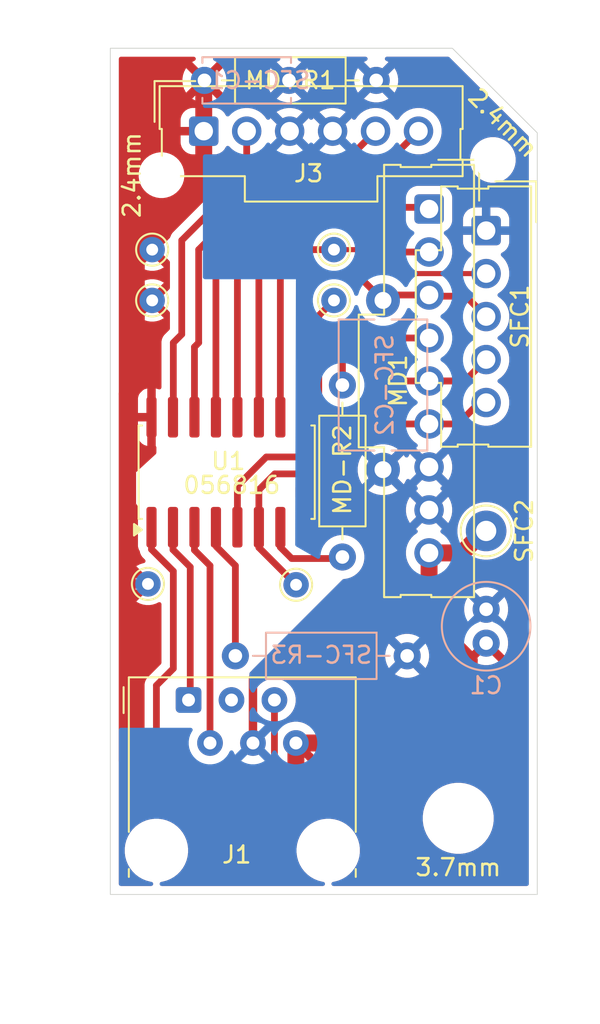
<source format=kicad_pcb>
(kicad_pcb (version 20241229) (generator "pcbnew") (generator_version "9.0")
  (layers (0 "F.Cu" signal) (4 "In1.Cu" signal) (6 "In2.Cu" signal) (2 "B.Cu" signal) (13 "F.Paste" user) (15 "B.Paste" user) (5 "F.SilkS" user "F.Silkscreen") (7 "B.SilkS" user "B.Silkscreen") (1 "F.Mask" user) (3 "B.Mask" user) (25 "Edge.Cuts" user))
  (net 0 "")
  (net 2 "Net-(MD1-Pin_1)")
  (net 3 "Net-(MD1-Pin_2)")
  (net 4 "Net-(MD1-Pin_3)")
  (net 5 "GND")
  (net 6 "+5V")
  (net 7 "Net-(J3-Pin_2)")
  (net 8 "Net-(J3-Pin_6)")
  (net 9 "Net-(J3-Pin_5)")
  (net 10 "Net-(SFC1-Pin_2)")
  (net 11 "Net-(MD1-Pin_4)")
  (net 12 "Net-(MD1-Pin_6)")
  (net 13 "Net-(MD1-Pin_5)")
  (net 14 "Net-(U1-P{slash}S_CONT)")
  (net 15 "Net-(U1-SI)")
  (net 16 "Net-(U1-~{CLR_LOAD})")
  (net 17 "Net-(U1-Q{slash}D3)")
  (net 18 "Net-(U1-CK)")
  (footprint "TestPoint:TestPoint_THTPad_D1.5mm_Drill0.7mm" (layer "F.Cu") (at 142.25 91.5)
    (property "Reference" "SFC-TP4" (hide yes))
    (property "Value" "TestPoint_Alt")
    (fp_circle (center 0 0) (end 0 0.95) (stroke (width 0.12)) (fill no) (layer "F.SilkS"))
    (pad "1" thru_hole circle (at 0 0) (size 1.5 1.5) (drill 0.7) (layers "*.Cu" "*.Mask") (net 6 "+5V"))
  )
  (footprint "TestPoint:TestPoint_THTPad_D1.5mm_Drill0.7mm" (layer "F.Cu") (at 142.25 88.5)
    (property "Reference" "SFC-TP3" (hide yes))
    (property "Value" "TestPoint_Alt")
    (fp_circle (center 0 0) (end 0 0.95) (stroke (width 0.12)) (fill no) (layer "F.SilkS"))
    (pad "1" thru_hole circle (at 0 0) (size 1.5 1.5) (drill 0.7) (layers "*.Cu" "*.Mask") (net 6 "+5V"))
  )
  (footprint "Connector_RJ:RJ12_Amphenol_54601-x06_Horizontal" (layer "F.Cu") (at 144.4 115.11)
    (property "Reference" "J1" (at 2.85 9.14 0) (layer "F.SilkS"))
    (property "Value" "RJ12")
    (fp_line (start -3.84 0.77) (end -3.84 -0.76) (stroke (width 0.12)) (layer "F.SilkS"))
    (fp_line (start -3.53 -1.34) (end 9.89 -1.34) (stroke (width 0.12)) (layer "F.SilkS"))
    (fp_line (start -3.53 7.79) (end -3.53 -1.34) (stroke (width 0.12)) (layer "F.SilkS"))
    (fp_line (start -3.53 10.45) (end -3.53 9.99) (stroke (width 0.12)) (layer "F.SilkS"))
    (fp_line (start 9.89 -1.34) (end 9.89 7.79) (stroke (width 0.12)) (layer "F.SilkS"))
    (fp_line (start 9.89 10.45) (end 9.89 9.99) (stroke (width 0.12)) (layer "F.SilkS"))
    (pad "" np_thru_hole circle (at -1.9 8.89) (size 3.25 3.25) (drill 3.25) (layers "*.Cu" "*.Mask"))
    (pad "" np_thru_hole circle (at 8.26 8.89) (size 3.25 3.25) (drill 3.25) (layers "*.Cu" "*.Mask"))
    (pad "1" thru_hole roundrect (at 0 0) (size 1.52 1.52) (drill 0.76) (layers "*.Cu" "*.Mask") (roundrect_rratio 0.1644736842) (net 16 "Net-(U1-~{CLR_LOAD})"))
    (pad "2" thru_hole circle (at 1.27 2.54) (size 1.52 1.52) (drill 0.76) (layers "*.Cu" "*.Mask") (net 15 "Net-(U1-SI)"))
    (pad "3" thru_hole circle (at 2.54 0) (size 1.52 1.52) (drill 0.76) (layers "*.Cu" "*.Mask"))
    (pad "4" thru_hole circle (at 3.81 2.54) (size 1.52 1.52) (drill 0.76) (layers "*.Cu" "*.Mask") (net 5 "GND"))
    (pad "5" thru_hole circle (at 5.08 0) (size 1.52 1.52) (drill 0.76) (layers "*.Cu" "*.Mask") (net 14 "Net-(U1-P{slash}S_CONT)"))
    (pad "6" thru_hole circle (at 6.35 2.54) (size 1.52 1.52) (drill 0.76) (layers "*.Cu" "*.Mask") (net 6 "+5V"))
  )
  (footprint "MountingHole:MountingHole_2.2mm_M2_DIN965" (layer "F.Cu") (at 142.8 84.1)
    (property "Reference" "2.4mm" (at -1.75 0 90) (layer "F.SilkS"))
    (property "Value" "MountingHole_2.2mm_M2_DIN965" (hide yes))
    (pad "" np_thru_hole circle (at 0 0) (size 2.2 2.2) (drill 2.2) (layers "*.Cu" "*.Mask"))
  )
  (footprint "Resistor_THT:R_Axial_DIN0207_L6.3mm_D2.5mm_P10.16mm_Horizontal" (layer "F.Cu") (at 145.34 78.5)
    (property "Reference" "MD-R1" (at 5.08 0 0) (layer "F.SilkS"))
    (property "Value" "93 Ohm 1%")
    (fp_line (start 1.04 0) (end 1.81 0) (stroke (width 0.12)) (layer "F.SilkS"))
    (fp_line (start 9.12 0) (end 8.35 0) (stroke (width 0.12)) (layer "F.SilkS"))
    (fp_rect (start 1.81 -1.37) (end 8.35 1.37) (stroke (width 0.12)) (fill no) (layer "F.SilkS"))
    (pad "1" thru_hole circle (at 0 0) (size 1.6 1.6) (drill 0.8) (layers "*.Cu" "*.Mask") (net 6 "+5V"))
    (pad "2" thru_hole circle (at 10.16 0) (size 1.6 1.6) (drill 0.8) (layers "*.Cu" "*.Mask") (net 5 "GND"))
  )
  (footprint "Connector_Molex:Molex_SL_171971-0006_1x06_P2.54mm_Vertical" (layer "F.Cu") (at 145.3 81.5)
    (property "Reference" "J3" (at 6.2 2.5 0) (layer "F.SilkS"))
    (property "Value" "Conn_01x06_Socket")
    (fp_line (start -2.91 -2.96) (end -0.5 -2.96) (stroke (width 0.12)) (layer "F.SilkS"))
    (fp_line (start -2.91 -0.55) (end -2.91 -2.96) (stroke (width 0.12)) (layer "F.SilkS"))
    (fp_line (start -2.61 -2.66) (end -2.61 -0.13) (stroke (width 0.12)) (layer "F.SilkS"))
    (fp_line (start -2.61 -0.13) (end -2.48 -0.13) (stroke (width 0.12)) (layer "F.SilkS"))
    (fp_line (start -2.61 1.68) (end -2.61 2.66) (stroke (width 0.12)) (layer "F.SilkS"))
    (fp_line (start -2.61 2.66) (end 2.43 2.66) (stroke (width 0.12)) (layer "F.SilkS"))
    (fp_line (start -2.48 -0.13) (end -2.48 1.68) (stroke (width 0.12)) (layer "F.SilkS"))
    (fp_line (start -2.48 1.68) (end -2.61 1.68) (stroke (width 0.12)) (layer "F.SilkS"))
    (fp_line (start 2.43 2.66) (end 2.43 4.16) (stroke (width 0.12)) (layer "F.SilkS"))
    (fp_line (start 2.43 4.16) (end 10.27 4.16) (stroke (width 0.12)) (layer "F.SilkS"))
    (fp_line (start 10.27 2.66) (end 15.31 2.66) (stroke (width 0.12)) (layer "F.SilkS"))
    (fp_line (start 10.27 4.16) (end 10.27 2.66) (stroke (width 0.12)) (layer "F.SilkS"))
    (fp_line (start 15.18 -0.13) (end 15.31 -0.13) (stroke (width 0.12)) (layer "F.SilkS"))
    (fp_line (start 15.18 1.68) (end 15.18 -0.13) (stroke (width 0.12)) (layer "F.SilkS"))
    (fp_line (start 15.31 -2.66) (end -2.61 -2.66) (stroke (width 0.12)) (layer "F.SilkS"))
    (fp_line (start 15.31 -0.13) (end 15.31 -2.66) (stroke (width 0.12)) (layer "F.SilkS"))
    (fp_line (start 15.31 1.68) (end 15.18 1.68) (stroke (width 0.12)) (layer "F.SilkS"))
    (fp_line (start 15.31 2.66) (end 15.31 1.68) (stroke (width 0.12)) (layer "F.SilkS"))
    (pad "1" thru_hole roundrect (at 0 0) (size 1.74 1.74) (drill 1.09) (layers "*.Cu" "*.Mask") (roundrect_rratio 0.143678) (net 6 "+5V"))
    (pad "2" thru_hole circle (at 2.54 0) (size 1.74 1.74) (drill 1.09) (layers "*.Cu" "*.Mask") (net 7 "Net-(J3-Pin_2)"))
    (pad "3" thru_hole circle (at 5.08 0) (size 1.74 1.74) (drill 1.09) (layers "*.Cu" "*.Mask") (net 5 "GND"))
    (pad "4" thru_hole circle (at 7.62 0) (size 1.74 1.74) (drill 1.09) (layers "*.Cu" "*.Mask") (net 5 "GND"))
    (pad "5" thru_hole circle (at 10.16 0) (size 1.74 1.74) (drill 1.09) (layers "*.Cu" "*.Mask") (net 9 "Net-(J3-Pin_5)"))
    (pad "6" thru_hole circle (at 12.7 0) (size 1.74 1.74) (drill 1.09) (layers "*.Cu" "*.Mask") (net 8 "Net-(J3-Pin_6)"))
  )
  (footprint "TestPoint:TestPoint_THTPad_D1.5mm_Drill0.7mm" (layer "F.Cu") (at 142 108.25)
    (property "Reference" "SFC-TP5" (hide yes))
    (property "Value" "TestPoint_Alt")
    (fp_circle (center 0 0) (end 0 0.95) (stroke (width 0.12)) (fill no) (layer "F.SilkS"))
    (pad "1" thru_hole circle (at 0 0) (size 1.5 1.5) (drill 0.7) (layers "*.Cu" "*.Mask") (net 6 "+5V"))
  )
  (footprint "Connector_Pin:Pin_D1.0mm_L10.0mm_LooseFit" (layer "F.Cu") (at 162 105.12 90)
    (property "Reference" "SFC2" (at 0 2.25 90) (layer "F.SilkS"))
    (property "Value" "Conn_01x01_Pin")
    (fp_circle (center 0 0) (end 1.5 0.05) (stroke (width 0.12)) (fill no) (layer "F.SilkS"))
    (pad "1" thru_hole circle (at 0 0 90) (size 2.4 2.4) (drill 1.2) (layers "*.Cu" "*.Mask") (net 6 "+5V"))
  )
  (footprint "TestPoint:TestPoint_THTPad_D1.5mm_Drill0.7mm" (layer "F.Cu") (at 153 88.5)
    (property "Reference" "SFC-TP1" (hide yes))
    (property "Value" "TestPoint_Alt")
    (fp_circle (center 0 0) (end 0 0.95) (stroke (width 0.12)) (fill no) (layer "F.SilkS"))
    (pad "1" thru_hole circle (at 0 0) (size 1.5 1.5) (drill 0.7) (layers "*.Cu" "*.Mask") (net 10 "Net-(SFC1-Pin_2)"))
  )
  (footprint "TestPoint:TestPoint_THTPad_D1.5mm_Drill0.7mm" (layer "F.Cu") (at 153 91.5)
    (property "Reference" "SFC-TP2" (hide yes))
    (property "Value" "TestPoint_Alt")
    (fp_circle (center 0 0) (end 0 0.95) (stroke (width 0.12)) (fill no) (layer "F.SilkS"))
    (pad "1" thru_hole circle (at 0 0) (size 1.5 1.5) (drill 0.7) (layers "*.Cu" "*.Mask") (net 13 "Net-(MD1-Pin_5)"))
  )
  (footprint "TestPoint:TestPoint_THTPad_D1.5mm_Drill0.7mm" (layer "F.Cu") (at 150.76 108.3)
    (property "Reference" "SFC-TP6" (hide yes))
    (property "Value" "TestPoint_Alt")
    (fp_circle (center 0 0) (end 0 0.95) (stroke (width 0.12)) (fill no) (layer "F.SilkS"))
    (pad "1" thru_hole circle (at 0 0) (size 1.5 1.5) (drill 0.7) (layers "*.Cu" "*.Mask") (net 12 "Net-(MD1-Pin_6)"))
  )
  (footprint "Connector_Molex:Molex_SL_171971-0009_1x09_P2.54mm_Vertical" (layer "F.Cu") (at 158.625 86.1 -90)
    (property "Reference" "MD1" (at 10.15 1.825 90) (layer "F.SilkS"))
    (property "Value" "Conn_01x09_Socket")
    (fp_line (start 6.24 4.16) (end 14.08 4.16) (stroke (width 0.12)) (layer "F.SilkS"))
    (fp_line (start 14.08 4.16) (end 14.08 2.66) (stroke (width 0.12)) (layer "F.SilkS"))
    (fp_line (start -2.61 2.66) (end 6.24 2.66) (stroke (width 0.12)) (layer "F.SilkS"))
    (fp_line (start 6.24 2.66) (end 6.24 4.16) (stroke (width 0.12)) (layer "F.SilkS"))
    (fp_line (start 14.08 2.66) (end 22.93 2.66) (stroke (width 0.12)) (layer "F.SilkS"))
    (fp_line (start 22.93 2.66) (end 22.93 1.68) (stroke (width 0.12)) (layer "F.SilkS"))
    (fp_line (start -2.61 1.68) (end -2.61 2.66) (stroke (width 0.12)) (layer "F.SilkS"))
    (fp_line (start -2.48 1.68) (end -2.61 1.68) (stroke (width 0.12)) (layer "F.SilkS"))
    (fp_line (start 22.8 1.68) (end 22.8 -0.13) (stroke (width 0.12)) (layer "F.SilkS"))
    (fp_line (start 22.93 1.68) (end 22.8 1.68) (stroke (width 0.12)) (layer "F.SilkS"))
    (fp_line (start -2.61 -0.13) (end -2.48 -0.13) (stroke (width 0.12)) (layer "F.SilkS"))
    (fp_line (start -2.48 -0.13) (end -2.48 1.68) (stroke (width 0.12)) (layer "F.SilkS"))
    (fp_line (start 22.8 -0.13) (end 22.93 -0.13) (stroke (width 0.12)) (layer "F.SilkS"))
    (fp_line (start 22.93 -0.13) (end 22.93 -2.66) (stroke (width 0.12)) (layer "F.SilkS"))
    (fp_line (start -2.91 -0.55) (end -2.91 -2.96) (stroke (width 0.12)) (layer "F.SilkS"))
    (fp_line (start -2.61 -2.66) (end -2.61 -0.13) (stroke (width 0.12)) (layer "F.SilkS"))
    (fp_line (start 22.93 -2.66) (end -2.61 -2.66) (stroke (width 0.12)) (layer "F.SilkS"))
    (fp_line (start -2.91 -2.96) (end -0.5 -2.96) (stroke (width 0.12)) (layer "F.SilkS"))
    (pad "1" thru_hole roundrect (at 0 0 270) (size 1.74 1.74) (drill 1.09) (layers "*.Cu" "*.Mask") (roundrect_rratio 0.143678) (net 2 "Net-(MD1-Pin_1)"))
    (pad "2" thru_hole circle (at 2.54 0 270) (size 1.74 1.74) (drill 1.09) (layers "*.Cu" "*.Mask") (net 3 "Net-(MD1-Pin_2)"))
    (pad "3" thru_hole circle (at 5.08 0 270) (size 1.74 1.74) (drill 1.09) (layers "*.Cu" "*.Mask") (net 4 "Net-(MD1-Pin_3)"))
    (pad "4" thru_hole circle (at 7.62 0 270) (size 1.74 1.74) (drill 1.09) (layers "*.Cu" "*.Mask") (net 11 "Net-(MD1-Pin_4)"))
    (pad "5" thru_hole circle (at 10.16 0 270) (size 1.74 1.74) (drill 1.09) (layers "*.Cu" "*.Mask") (net 13 "Net-(MD1-Pin_5)"))
    (pad "6" thru_hole circle (at 12.7 0 270) (size 1.74 1.74) (drill 1.09) (layers "*.Cu" "*.Mask") (net 12 "Net-(MD1-Pin_6)"))
    (pad "7" thru_hole circle (at 15.24 0 270) (size 1.74 1.74) (drill 1.09) (layers "*.Cu" "*.Mask") (net 5 "GND"))
    (pad "8" thru_hole circle (at 17.78 0 270) (size 1.74 1.74) (drill 1.09) (layers "*.Cu" "*.Mask") (net 5 "GND"))
    (pad "9" thru_hole circle (at 20.32 0 270) (size 1.74 1.74) (drill 1.09) (layers "*.Cu" "*.Mask") (net 6 "+5V"))
  )
  (footprint "MountingHole:MountingHole_2.2mm_M2_DIN965" (layer "F.Cu") (at 162.4 83.2)
    (property "Reference" "2.4mm" (at 0.6 -2.2 135) (layer "F.SilkS"))
    (property "Value" "MountingHole_2.2mm_M2_DIN965" (hide yes))
    (pad "" np_thru_hole circle (at 0 0) (size 2.2 2.2) (drill 2.2) (layers "*.Cu" "*.Mask"))
  )
  (footprint "Resistor_THT:R_Axial_DIN0207_L6.3mm_D2.5mm_P10.16mm_Horizontal" (layer "F.Cu") (at 153.5 106.66 90)
    (property "Reference" "MD-R2" (at 5.16 0 90) (layer "F.SilkS"))
    (property "Value" "470 Ohm 5%")
    (fp_line (start 9.12 0) (end 8.35 0) (stroke (width 0.12)) (layer "F.SilkS"))
    (fp_line (start 1.04 0) (end 1.81 0) (stroke (width 0.12)) (layer "F.SilkS"))
    (fp_rect (start 1.81 -1.37) (end 8.35 1.37) (stroke (width 0.12)) (fill no) (layer "F.SilkS"))
    (pad "1" thru_hole circle (at 0 0 90) (size 1.6 1.6) (drill 0.8) (layers "*.Cu" "*.Mask") (net 17 "Net-(U1-Q{slash}D3)"))
    (pad "2" thru_hole circle (at 10.16 0 90) (size 1.6 1.6) (drill 0.8) (layers "*.Cu" "*.Mask") (net 11 "Net-(MD1-Pin_4)"))
  )
  (footprint "Connector_Molex:Molex_SL_171971-0005_1x05_P2.54mm_Vertical" (layer "F.Cu") (at 162 87.375 -90)
    (property "Reference" "SFC1" (at 5.08 -2 90) (layer "F.SilkS"))
    (property "Value" "Conn_01x05_Pin")
    (fp_line (start 1.16 4.16) (end 9 4.16) (stroke (width 0.12)) (layer "F.SilkS"))
    (fp_line (start 9 4.16) (end 9 2.66) (stroke (width 0.12)) (layer "F.SilkS"))
    (fp_line (start -2.61 2.66) (end 1.16 2.66) (stroke (width 0.12)) (layer "F.SilkS"))
    (fp_line (start 1.16 2.66) (end 1.16 4.16) (stroke (width 0.12)) (layer "F.SilkS"))
    (fp_line (start 9 2.66) (end 12.77 2.66) (stroke (width 0.12)) (layer "F.SilkS"))
    (fp_line (start 12.77 2.66) (end 12.77 1.68) (stroke (width 0.12)) (layer "F.SilkS"))
    (fp_line (start -2.61 1.68) (end -2.61 2.66) (stroke (width 0.12)) (layer "F.SilkS"))
    (fp_line (start -2.48 1.68) (end -2.61 1.68) (stroke (width 0.12)) (layer "F.SilkS"))
    (fp_line (start 12.64 1.68) (end 12.64 -0.13) (stroke (width 0.12)) (layer "F.SilkS"))
    (fp_line (start 12.77 1.68) (end 12.64 1.68) (stroke (width 0.12)) (layer "F.SilkS"))
    (fp_line (start -2.61 -0.13) (end -2.48 -0.13) (stroke (width 0.12)) (layer "F.SilkS"))
    (fp_line (start -2.48 -0.13) (end -2.48 1.68) (stroke (width 0.12)) (layer "F.SilkS"))
    (fp_line (start 12.64 -0.13) (end 12.77 -0.13) (stroke (width 0.12)) (layer "F.SilkS"))
    (fp_line (start 12.77 -0.13) (end 12.77 -2.66) (stroke (width 0.12)) (layer "F.SilkS"))
    (fp_line (start -2.91 -0.55) (end -2.91 -2.96) (stroke (width 0.12)) (layer "F.SilkS"))
    (fp_line (start -2.61 -2.66) (end -2.61 -0.13) (stroke (width 0.12)) (layer "F.SilkS"))
    (fp_line (start 12.77 -2.66) (end -2.61 -2.66) (stroke (width 0.12)) (layer "F.SilkS"))
    (fp_line (start -2.91 -2.96) (end -0.5 -2.96) (stroke (width 0.12)) (layer "F.SilkS"))
    (pad "1" thru_hole roundrect (at 0 0 270) (size 1.74 1.74) (drill 1.09) (layers "*.Cu" "*.Mask") (roundrect_rratio 0.143678) (net 5 "GND"))
    (pad "2" thru_hole circle (at 2.54 0 270) (size 1.74 1.74) (drill 1.09) (layers "*.Cu" "*.Mask") (net 10 "Net-(SFC1-Pin_2)"))
    (pad "3" thru_hole circle (at 5.08 0 270) (size 1.74 1.74) (drill 1.09) (layers "*.Cu" "*.Mask") (net 4 "Net-(MD1-Pin_3)"))
    (pad "4" thru_hole circle (at 7.62 0 270) (size 1.74 1.74) (drill 1.09) (layers "*.Cu" "*.Mask") (net 13 "Net-(MD1-Pin_5)"))
    (pad "5" thru_hole circle (at 10.16 0 270) (size 1.74 1.74) (drill 1.09) (layers "*.Cu" "*.Mask") (net 12 "Net-(MD1-Pin_6)"))
  )
  (footprint "Package_SO:SOIC-16W_5.3x10.2mm_P1.27mm" (layer "F.Cu") (at 146.655 101.65 90)
    (property "Reference" "U1" (at 0.65 0.095 180) (layer "F.SilkS"))
    (property "Value" "74VHC9164FT")
    (fp_line (start 2.76 -5.21) (end 2.76 -5.005) (stroke (width 0.12)) (layer "F.SilkS"))
    (fp_line (start -2.76 -5.21) (end 2.76 -5.21) (stroke (width 0.12)) (layer "F.SilkS"))
    (fp_line (start -2.76 -5.005) (end -2.76 -5.21) (stroke (width 0.12)) (layer "F.SilkS"))
    (fp_line (start 2.76 5.005) (end 2.76 5.21) (stroke (width 0.12)) (layer "F.SilkS"))
    (fp_line (start 2.76 5.21) (end -2.76 5.21) (stroke (width 0.12)) (layer "F.SilkS"))
    (fp_line (start -2.76 5.21) (end -2.76 5.005) (stroke (width 0.12)) (layer "F.SilkS"))
    (fp_poly (pts (xy -3.4 -5.01) (xy -3.74 -5.48) (xy -3.06 -5.48)) (stroke (width 0.12)) (fill yes) (layer "F.SilkS"))
    (pad "1" smd roundrect (at -3.25 -4.445 90) (size 2.4 0.6) (layers "F.Cu" "F.Mask" "F.Paste") (net 14 "Net-(U1-P{slash}S_CONT)"))
    (pad "2" smd roundrect (at -3.25 -3.175 90) (size 2.4 0.6) (layers "F.Cu" "F.Mask" "F.Paste") (net 16 "Net-(U1-~{CLR_LOAD})"))
    (pad "3" smd roundrect (at -3.25 -1.905 90) (size 2.4 0.6) (layers "F.Cu" "F.Mask" "F.Paste") (net 15 "Net-(U1-SI)"))
    (pad "4" smd roundrect (at -3.25 -0.635 90) (size 2.4 0.6) (layers "F.Cu" "F.Mask" "F.Paste") (net 18 "Net-(U1-CK)"))
    (pad "5" smd roundrect (at -3.25 0.635 90) (size 2.4 0.6) (layers "F.Cu" "F.Mask" "F.Paste") (net 13 "Net-(MD1-Pin_5)"))
    (pad "6" smd roundrect (at -3.25 1.905 90) (size 2.4 0.6) (layers "F.Cu" "F.Mask" "F.Paste") (net 12 "Net-(MD1-Pin_6)"))
    (pad "7" smd roundrect (at -3.25 3.175 90) (size 2.4 0.6) (layers "F.Cu" "F.Mask" "F.Paste") (net 17 "Net-(U1-Q{slash}D3)"))
    (pad "8" smd roundrect (at -3.25 4.445 90) (size 2.4 0.6) (layers "F.Cu" "F.Mask" "F.Paste") (net 5 "GND"))
    (pad "9" smd roundrect (at 3.25 4.445 90) (size 2.4 0.6) (layers "F.Cu" "F.Mask" "F.Paste") (net 4 "Net-(MD1-Pin_3)"))
    (pad "10" smd roundrect (at 3.25 3.175 90) (size 2.4 0.6) (layers "F.Cu" "F.Mask" "F.Paste") (net 10 "Net-(SFC1-Pin_2)"))
    (pad "11" smd roundrect (at 3.25 1.905 90) (size 2.4 0.6) (layers "F.Cu" "F.Mask" "F.Paste") (net 3 "Net-(MD1-Pin_2)"))
    (pad "12" smd roundrect (at 3.25 0.635 90) (size 2.4 0.6) (layers "F.Cu" "F.Mask" "F.Paste") (net 2 "Net-(MD1-Pin_1)"))
    (pad "13" smd roundrect (at 3.25 -0.635 90) (size 2.4 0.6) (layers "F.Cu" "F.Mask" "F.Paste") (net 8 "Net-(J3-Pin_6)"))
    (pad "14" smd roundrect (at 3.25 -1.905 90) (size 2.4 0.6) (layers "F.Cu" "F.Mask" "F.Paste") (net 9 "Net-(J3-Pin_5)"))
    (pad "15" smd roundrect (at 3.25 -3.175 90) (size 2.4 0.6) (layers "F.Cu" "F.Mask" "F.Paste") (net 7 "Net-(J3-Pin_2)"))
    (pad "16" smd roundrect (at 3.25 -4.445 90) (size 2.4 0.6) (layers "F.Cu" "F.Mask" "F.Paste") (net 6 "+5V"))
  )
  (footprint "MountingHole:MountingHole_3.7mm" (layer "F.Cu") (at 160.35 122.1)
    (property "Reference" "3.7mm" (at 0 2.9 0) (layer "F.SilkS"))
    (property "Value" "MountingHole_3.7mm")
    (pad "" np_thru_hole circle (at 0 0) (size 3.7 3.7) (drill 3.7) (layers "*.Cu" "*.Mask"))
  )
  (footprint "Resistor_THT:R_Axial_DIN0207_L6.3mm_D2.5mm_P10.16mm_Horizontal" (layer "B.Cu") (at 157.33 112.5 180)
    (property "Reference" "SFC-R3" (at 5.08 0.05 0) (layer "B.SilkS") (effects (justify mirror)))
    (property "Value" "0 Ohm")
    (fp_line (start 9.12 0) (end 8.35 0) (stroke (width 0.12)) (layer "B.SilkS"))
    (fp_line (start 1.04 0) (end 1.81 0) (stroke (width 0.12)) (layer "B.SilkS"))
    (fp_rect (start 1.81 1.37) (end 8.35 -1.37) (stroke (width 0.12)) (fill no) (layer "B.SilkS"))
    (pad "1" thru_hole circle (at 0 0 180) (size 1.6 1.6) (drill 0.8) (layers "*.Cu" "*.Mask") (net 5 "GND"))
    (pad "2" thru_hole circle (at 10.16 0 180) (size 1.6 1.6) (drill 0.8) (layers "*.Cu" "*.Mask") (net 18 "Net-(U1-CK)"))
  )
  (footprint "Capacitor_THT:C_Radial_D5.0mm_H11.0mm_P2.00mm" (layer "B.Cu") (at 162 111.75 90)
    (property "Reference" "C1" (at -2.5 0 0) (layer "B.SilkS") (effects (justify mirror)))
    (property "Value" "10uF")
    (fp_circle (center 1 0) (end 3.62 0) (stroke (width 0.12)) (fill no) (layer "B.SilkS"))
    (pad "1" thru_hole circle (at 0 0 90) (size 1.6 1.6) (drill 0.8) (layers "*.Cu" "*.Mask") (net 6 "+5V"))
    (pad "2" thru_hole circle (at 2 0 90) (size 1.6 1.6) (drill 0.8) (layers "*.Cu" "*.Mask") (net 5 "GND"))
  )
  (footprint "Capacitor_THT:C_Disc_D7.5mm_W5.0mm_P10.00mm" (layer "B.Cu") (at 155.9 91.5 -90)
    (property "Reference" "SFC-C2" (at 5 -0.1 90) (layer "B.SilkS") (effects (justify mirror)))
    (property "Value" "2.2nF")
    (fp_line (start 1.13 2.62) (end 8.87 2.62) (stroke (width 0.12)) (layer "B.SilkS"))
    (fp_line (start 8.87 2.62) (end 8.87 0.511) (stroke (width 0.12)) (layer "B.SilkS"))
    (fp_line (start 1.13 0.511) (end 1.13 2.62) (stroke (width 0.12)) (layer "B.SilkS"))
    (fp_line (start 8.87 -0.511) (end 8.87 -2.62) (stroke (width 0.12)) (layer "B.SilkS"))
    (fp_line (start 1.13 -2.62) (end 1.13 -0.511) (stroke (width 0.12)) (layer "B.SilkS"))
    (fp_line (start 8.87 -2.62) (end 1.13 -2.62) (stroke (width 0.12)) (layer "B.SilkS"))
    (pad "1" thru_hole circle (at 0 0 270) (size 2 2) (drill 1) (layers "*.Cu" "*.Mask") (net 4 "Net-(MD1-Pin_3)"))
    (pad "2" thru_hole circle (at 10 0 270) (size 2 2) (drill 1) (layers "*.Cu" "*.Mask") (net 5 "GND"))
  )
  (footprint "Capacitor_THT:C_Disc_D5.0mm_W2.5mm_P5.00mm" (layer "B.Cu") (at 145.34 78.5)
    (property "Reference" "SFC-C1" (at 3.26 0 0) (layer "B.SilkS") (effects (justify mirror)))
    (property "Value" "100nF")
    (fp_line (start -0.12 -1.37) (end -0.12 -1.033) (stroke (width 0.12)) (layer "B.SilkS"))
    (fp_line (start -0.12 1.033) (end -0.12 1.37) (stroke (width 0.12)) (layer "B.SilkS"))
    (fp_line (start -0.12 1.37) (end 5.12 1.37) (stroke (width 0.12)) (layer "B.SilkS"))
    (fp_line (start 5.12 -1.37) (end -0.12 -1.37) (stroke (width 0.12)) (layer "B.SilkS"))
    (fp_line (start 5.12 -1.033) (end 5.12 -1.37) (stroke (width 0.12)) (layer "B.SilkS"))
    (fp_line (start 5.12 1.37) (end 5.12 1.033) (stroke (width 0.12)) (layer "B.SilkS"))
    (pad "1" thru_hole circle (at 0 0) (size 1.6 1.6) (drill 0.8) (layers "*.Cu" "*.Mask") (net 6 "+5V"))
    (pad "2" thru_hole circle (at 5 0) (size 1.6 1.6) (drill 0.8) (layers "*.Cu" "*.Mask") (net 5 "GND"))
  )
  (gr_poly (pts (xy 139.775 76.6) (xy 160 76.6) (xy 165.025 81.6) (xy 165.025 126.6) (xy 139.775 126.6)) (stroke (width 0.05)) (fill no) (layer "Edge.Cuts"))
  (gr_text "KONAMI" (at 154.5 108.25 225) (layer "F.Cu" knockout) (effects (font (size 1 1) (thickness 0.25) (bold yes) (italic yes)) (justify left bottom)))
  (gr_text "+" (at 161.75 116.5 0) (layer "F.Cu" knockout) (effects (font (size 1.5 1.5) (thickness 0.3) (bold yes)) (justify left bottom)))
  (gr_text "056816" (at 144 103 0) (layer "F.SilkS") (effects (font (size 1 1) (thickness 0.1524) (bold yes)) (justify left bottom)))
  (segment (start 147.29 89.46) (end 147.29 98.4) (width 0.4) (layer "F.Cu") (net 2))
  (segment (start 158.525 86) (end 156.75 86) (width 0.4) (layer "F.Cu") (net 2))
  (segment (start 156.15 85.4) (end 151.35 85.4) (width 0.4) (layer "F.Cu") (net 2))
  (segment (start 156.75 86) (end 156.15 85.4) (width 0.4) (layer "F.Cu") (net 2))
  (segment (start 151.35 85.4) (end 147.29 89.46) (width 0.4) (layer "F.Cu") (net 2))
  (segment (start 158.625 86.1) (end 158.525 86) (width 0.2) (layer "F.Cu") (net 2))
  (segment (start 157.14 88.64) (end 155.201 86.701) (width 0.4) (layer "F.Cu") (net 3))
  (segment (start 155.201 86.701) (end 151.749 86.701) (width 0.4) (layer "F.Cu") (net 3))
  (segment (start 158.625 88.64) (end 157.14 88.64) (width 0.4) (layer "F.Cu") (net 3))
  (segment (start 151.749 86.701) (end 148.56 89.89) (width 0.4) (layer "F.Cu") (net 3))
  (segment (start 148.56 89.89) (end 148.56 98.4) (width 0.4) (layer "F.Cu") (net 3))
  (segment (start 148.56 98.4) (end 148.56 97.44) (width 0.2) (layer "F.Cu") (net 3))
  (segment (start 160.795 91.25) (end 158.695 91.25) (width 0.4) (layer "F.Cu") (net 4))
  (segment (start 158.32 91.18) (end 158.625 91.18) (width 0.2) (layer "F.Cu") (net 4))
  (segment (start 151.1 98.4) (end 151.1 90.9) (width 0.4) (layer "F.Cu") (net 4))
  (segment (start 162 92.455) (end 160.795 91.25) (width 0.4) (layer "F.Cu") (net 4))
  (segment (start 154.4 90) (end 155.9 91.5) (width 0.4) (layer "F.Cu") (net 4))
  (segment (start 158.695 91.25) (end 158.625 91.18) (width 0.2) (layer "F.Cu") (net 4))
  (segment (start 158.625 91.18) (end 155.22 91.18) (width 0.4) (layer "F.Cu") (net 4))
  (segment (start 152 90) (end 154.4 90) (width 0.4) (layer "F.Cu") (net 4))
  (segment (start 158.805 91) (end 158.625 91.18) (width 0.2) (layer "F.Cu") (net 4))
  (segment (start 151.1 90.9) (end 152 90) (width 0.4) (layer "F.Cu") (net 4))
  (segment (start 158 91.5) (end 158.32 91.18) (width 0.2) (layer "F.Cu") (net 4))
  (segment (start 151.251982 114.684324) (end 151.501339 114.684324) (width 0.2) (layer "F.Cu") (net 5))
  (segment (start 148.21 113.79) (end 148.5 113.5) (width 0.2) (layer "F.Cu") (net 5))
  (segment (start 156.25 113.5) (end 157.33 112.42) (width 0.2) (layer "F.Cu") (net 5))
  (segment (start 148.5 113.5) (end 150.067658 113.5) (width 0.2) (layer "F.Cu") (net 5))
  (segment (start 150.067658 113.5) (end 151.251982 114.684324) (width 0.2) (layer "F.Cu") (net 5))
  (segment (start 148.21 117.65) (end 148.21 113.79) (width 0.5) (layer "F.Cu") (net 5))
  (segment (start 151.501339 114.684324) (end 152.685663 113.5) (width 0.2) (layer "F.Cu") (net 5))
  (segment (start 152.685663 113.5) (end 156.25 113.5) (width 0.2) (layer "F.Cu") (net 5))
  (segment (start 151.2 105) (end 151.1 104.9) (width 0.2) (layer "F.Cu") (net 5))
  (segment (start 150.75 121.25) (end 143.361 121.25) (width 1) (layer "F.Cu") (net 6))
  (segment (start 162 105) (end 160.58 106.42) (width 1) (layer "F.Cu") (net 6))
  (segment (start 161 117.05) (end 160.4 117.65) (width 1) (layer "F.Cu") (net 6))
  (segment (start 143.361 121.25) (end 140.776 118.665) (width 1) (layer "F.Cu") (net 6))
  (segment (start 150.75 117.65) (end 150.75 121.25) (width 1) (layer "F.Cu") (net 6))
  (segment (start 141.31 88.39) (end 145.3 84.4) (width 1) (layer "F.Cu") (net 6))
  (segment (start 160.4 117.65) (end 150.75 117.65) (width 1) (layer "F.Cu") (net 6))
  (segment (start 145.3 84.4) (end 145.3 81.5) (width 1) (layer "F.Cu") (net 6))
  (segment (start 161 112.75) (end 161 117.05) (width 1) (layer "F.Cu") (net 6))
  (segment (start 158.625 106.42) (end 158.625 110.375) (width 1) (layer "F.Cu") (net 6))
  (segment (start 140.776 118.665) (end 140.776 97.024) (width 1) (layer "F.Cu") (net 6))
  (segment (start 141.31 96.49) (end 141.31 88.39) (width 1) (layer "F.Cu") (net 6))
  (segment (start 140.776 97.024) (end 141.31 96.49) (width 1) (layer "F.Cu") (net 6))
  (segment (start 145.3 81.5) (end 145.3 78.54) (width 1) (layer "F.Cu") (net 6))
  (segment (start 160.58 106.42) (end 158.625 106.42) (width 1) (layer "F.Cu") (net 6))
  (segment (start 145.3 78.54) (end 145.34 78.5) (width 1) (layer "F.Cu") (net 6))
  (segment (start 158.625 110.375) (end 161 112.75) (width 1) (layer "F.Cu") (net 6))
  (segment (start 144 93.5) (end 144 87.95) (width 0.4) (layer "F.Cu") (net 7))
  (segment (start 143.5 98.38) (end 143.5 94) (width 0.4) (layer "F.Cu") (net 7))
  (segment (start 143.5 94) (end 144 93.5) (width 0.4) (layer "F.Cu") (net 7))
  (segment (start 144 87.95) (end 147.84 84.11) (width 0.4) (layer "F.Cu") (net 7))
  (segment (start 143.48 98.4) (end 143.5 98.38) (width 0.4) (layer "F.Cu") (net 7))
  (segment (start 147.84 84.11) (end 147.84 81.5) (width 0.4) (layer "F.Cu") (net 7))
  (segment (start 155.25 84.25) (end 158 81.5) (width 0.4) (layer "F.Cu") (net 8))
  (segment (start 146.02 89.105) (end 150.875 84.25) (width 0.4) (layer "F.Cu") (net 8))
  (segment (start 150.875 84.25) (end 155.25 84.25) (width 0.4) (layer "F.Cu") (net 8))
  (segment (start 146.02 98.4) (end 146.02 89.105) (width 0.4) (layer "F.Cu") (net 8))
  (segment (start 145 94) (end 145 88.5) (width 0.4) (layer "F.Cu") (net 9))
  (segment (start 144.75 98.4) (end 144.75 94.25) (width 0.4) (layer "F.Cu") (net 9))
  (segment (start 153.71 83.25) (end 155.46 81.5) (width 0.4) (layer "F.Cu") (net 9))
  (segment (start 150.25 83.25) (end 153.71 83.25) (width 0.4) (layer "F.Cu") (net 9))
  (segment (start 144.75 94.25) (end 145 94) (width 0.4) (layer "F.Cu") (net 9))
  (segment (start 145 88.5) (end 150.25 83.25) (width 0.4) (layer "F.Cu") (net 9))
  (segment (start 151.5 88.5) (end 153 88.5) (width 0.4) (layer "F.Cu") (net 10))
  (segment (start 149.83 98.4) (end 149.83 90.17) (width 0.4) (layer "F.Cu") (net 10))
  (segment (start 149.83 90.17) (end 151.5 88.5) (width 0.4) (layer "F.Cu") (net 10))
  (segment (start 153 88.5) (end 155.25 88.5) (width 0.3) (layer "F.Cu") (net 10))
  (segment (start 156.665 89.915) (end 162 89.915) (width 0.3) (layer "F.Cu") (net 10))
  (segment (start 155.25 88.5) (end 156.665 89.915) (width 0.3) (layer "F.Cu") (net 10))
  (segment (start 158.625 93.72) (end 154.68 93.72) (width 0.4) (layer "F.Cu") (net 11))
  (segment (start 153.5 94.9) (end 153.5 96.5) (width 0.4) (layer "F.Cu") (net 11))
  (segment (start 154.68 93.72) (end 153.5 94.9) (width 0.4) (layer "F.Cu") (net 11))
  (segment (start 160.335 98.8) (end 161.6 97.535) (width 0.4) (layer "F.Cu") (net 12))
  (segment (start 148.56 102.69) (end 148.56 104.9) (width 0.4) (layer "F.Cu") (net 12))
  (segment (start 155.2 98.8) (end 152.25 101.75) (width 0.4) (layer "F.Cu") (net 12))
  (segment (start 149.5 101.75) (end 148.56 102.69) (width 0.4) (layer "F.Cu") (net 12))
  (segment (start 161.6 97.535) (end 162 97.535) (width 0.4) (layer "F.Cu") (net 12))
  (segment (start 158.625 98.8) (end 160.335 98.8) (width 0.4) (layer "F.Cu") (net 12))
  (segment (start 158.625 98.8) (end 155.2 98.8) (width 0.4) (layer "F.Cu") (net 12))
  (segment (start 152.25 101.75) (end 149.5 101.75) (width 0.4) (layer "F.Cu") (net 12))
  (segment (start 150.76 108.3) (end 148.56 106.099999) (width 0.4) (layer "F.Cu") (net 12))
  (segment (start 148.56 106.099999) (end 148.56 104.9) (width 0.4) (layer "F.Cu") (net 12))
  (segment (start 158.825 99) (end 158.625 98.8) (width 0.2) (layer "F.Cu") (net 12))
  (segment (start 160.735 96.26) (end 158.625 96.26) (width 0.4) (layer "F.Cu") (net 13))
  (segment (start 149 100.75) (end 147.29 102.46) (width 0.4) (layer "F.Cu") (net 13))
  (segment (start 152.1 97.6) (end 152.75 98.25) (width 0.4) (layer "F.Cu") (net 13))
  (segment (start 153 98.5) (end 152.75 98.75) (width 0.4) (layer "F.Cu") (net 13))
  (segment (start 152.75 98.25) (end 152.75 99.75) (width 0.4) (layer "F.Cu") (net 13))
  (segment (start 158.885 96) (end 158.625 96.26) (width 0.2) (layer "F.Cu") (net 13))
  (segment (start 159.145 96.26) (end 158.885 96) (width 0.4) (layer "F.Cu") (net 13))
  (segment (start 151.75 100.75) (end 149 100.75) (width 0.4) (layer "F.Cu") (net 13))
  (segment (start 147.29 102.46) (end 147.29 104.9) (width 0.4) (layer "F.Cu") (net 13))
  (segment (start 160.74 96.26) (end 159.145 96.26) (width 0.4) (layer "F.Cu") (net 13))
  (segment (start 158.625 96.26) (end 156.24 96.26) (width 0.4) (layer "F.Cu") (net 13))
  (segment (start 154 98.5) (end 153 98.5) (width 0.4) (layer "F.Cu") (net 13))
  (segment (start 156.24 96.26) (end 154 98.5) (width 0.4) (layer "F.Cu") (net 13))
  (segment (start 162 94.995) (end 160.735 96.26) (width 0.4) (layer "F.Cu") (net 13))
  (segment (start 152.75 98.75) (end 152.75 99.75) (width 0.4) (layer "F.Cu") (net 13))
  (segment (start 152.75 99.75) (end 151.75 100.75) (width 0.4) (layer "F.Cu") (net 13))
  (segment (start 152.1 92.4) (end 152.1 97.6) (width 0.4) (layer "F.Cu") (net 13))
  (segment (start 153 91.5) (end 152.1 92.4) (width 0.4) (layer "F.Cu") (net 13))
  (segment (start 149.48 118.52) (end 149.48 115.11) (width 0.4) (layer "F.Cu") (net 14))
  (segment (start 142.21 106.21) (end 143.5 107.5) (width 0.4) (layer "F.Cu") (net 14))
  (segment (start 143.5 107.5) (end 143.5 113.25) (width 0.4) (layer "F.Cu") (net 14))
  (segment (start 148.75 119.25) (end 149.48 118.52) (width 0.4) (layer "F.Cu") (net 14))
  (segment (start 144.25 119.25) (end 148.75 119.25) (width 0.4) (layer "F.Cu") (net 14))
  (segment (start 143.5 113.25) (end 142.5 114.25) (width 0.4) (layer "F.Cu") (net 14))
  (segment (start 142.21 104.9) (end 142.21 106.21) (width 0.4) (layer "F.Cu") (net 14))
  (segment (start 142.5 114.25) (end 142.5 117.5) (width 0.4) (layer "F.Cu") (net 14))
  (segment (start 142.5 117.5) (end 144.25 119.25) (width 0.4) (layer "F.Cu") (net 14))
  (segment (start 145.67 117.65) (end 145.67 107.17) (width 0.4) (layer "F.Cu") (net 15))
  (segment (start 145.67 107.17) (end 144.75 106.25) (width 0.4) (layer "F.Cu") (net 15))
  (segment (start 144.75 106.25) (end 144.75 104.9) (width 0.4) (layer "F.Cu") (net 15))
  (segment (start 144.5 115.01) (end 144.4 115.11) (width 0.4) (layer "F.Cu") (net 16))
  (segment (start 144.5 107.25) (end 144.5 115.01) (width 0.4) (layer "F.Cu") (net 16))
  (segment (start 143.48 104.9) (end 143.48 106.23) (width 0.4) (layer "F.Cu") (net 16))
  (segment (start 143.48 106.23) (end 144.5 107.25) (width 0.4) (layer "F.Cu") (net 16))
  (segment (start 153.41 106.75) (end 150.5 106.75) (width 0.4) (layer "F.Cu") (net 17))
  (segment (start 150.5 106.75) (end 149.83 106.08) (width 0.4) (layer "F.Cu") (net 17))
  (segment (start 153.5 106.66) (end 153.41 106.75) (width 0.4) (layer "F.Cu") (net 17))
  (segment (start 149.83 106.08) (end 149.83 104.9) (width 0.4) (layer "F.Cu") (net 17))
  (segment (start 147.17 107.17) (end 147.17 111.85) (width 0.4) (layer "F.Cu") (net 18))
  (segment (start 146.02 104.9) (end 146.05 104.93) (width 0.2) (layer "F.Cu") (net 18))
  (segment (start 146.05 106.05) (end 147.17 107.17) (width 0.4) (layer "F.Cu") (net 18))
  (segment (start 146.05 104.93) (end 146.05 106.05) (width 0.4) (layer "F.Cu") (net 18))
  (zone (net 6) (net_name "+5V") (layer "F.Cu") (priority 1) (connect_pads (clearance 0.5)) (min_thickness 0.25) (fill yes (thermal_gap 0.5) (thermal_bridge_width 0.5))
    (polygon (pts (xy 147 73.75) (xy 147 80.5) (xy 149.6 82.1) (xy 147 84.5) (xy 147 90.75) (xy 142.5 97.3) (xy 142.5 100.55) (xy 141.3 101.65) (xy 141.3 103.5) (xy 143.3 107) (xy 143 118.8) (xy 150.25 118.75) (xy 150.25 117.25) (xy 160.5 117.25) (xy 160.5 110.75) (xy 168.75 110.75) (xy 168.75 129.5) (xy 133.25 130.75) (xy 136 73.75)))
  )
  (zone (net 5) (net_name "GND") (layers "F.Cu" "B.Cu") (connect_pads (clearance 0.5)) (min_thickness 0.25) (fill yes (thermal_gap 0.5) (thermal_bridge_width 0.5))
    (polygon (pts (xy 145.25 75) (xy 145.25 90.25) (xy 150.75 90.25) (xy 150.708425 106) (xy 153.75 107.75) (xy 148 113.5) (xy 148 116.75) (xy 138.184444 116.748925) (xy 138 128) (xy 167 128) (xy 167 75)))
  )
)
</source>
